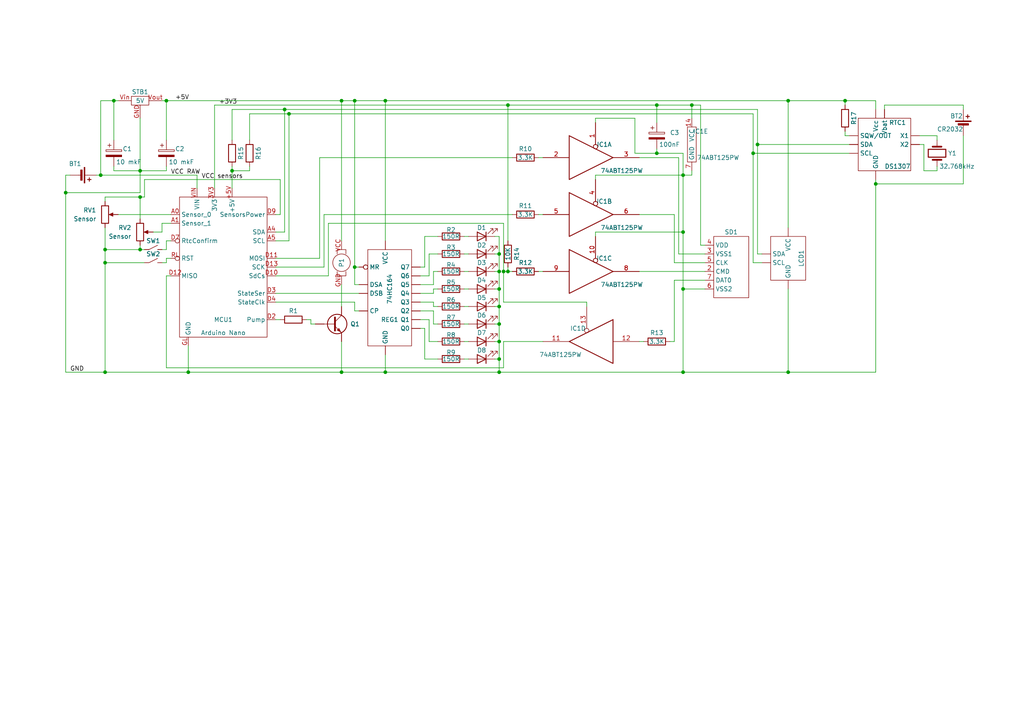
<source format=kicad_sch>
(kicad_sch (version 20250114) (generator "eeschema") (generator_version "9.0")
  (paper "A4")
  (title_block (title "AutoWater") (date "2026-01-17") (rev "0") (comment 2 "VlasovAnton"))
  (lib_symbols
    (symbol "74ABT125PW_1"
      (property "Reference" "IC" (at 2.54 3.81 0))
      (property "Value" "74ABT125PW" (at 7.62 -3.81 0))
      (symbol "74ABT125PW_1_1_1"
        (polyline (pts (xy -7.62 6.35) (xy -7.62 -6.35) (xy 5.08 0) (xy -7.62 6.35)) (stroke (width 0.254)))
        (pin input line (at -15.24 0 0) (length 7.62) (name "") (number "2"))
        (pin input inverted (at 0 10.16 270) (length 7.62) (name "") (number "1"))
        (pin tri_state line (at 12.7 0 180) (length 7.62) (name "") (number "3"))
      )
      (symbol "74ABT125PW_1_2_1"
        (polyline (pts (xy -7.62 6.35) (xy -7.62 -6.35) (xy 5.08 0) (xy -7.62 6.35)) (stroke (width 0.254)))
        (pin input line (at -15.24 0 0) (length 7.62) (name "~") (number "5"))
        (pin input inverted (at 0 10.16 270) (length 7.62) (name "") (number "4"))
        (pin tri_state line (at 12.7 0 180) (length 7.62) (name "") (number "6"))
      )
      (symbol "74ABT125PW_1_3_1"
        (polyline (pts (xy -7.62 6.35) (xy -7.62 -6.35) (xy 5.08 0) (xy -7.62 6.35)) (stroke (width 0.254)))
        (pin input line (at -15.24 0 0) (length 7.62) (name "") (number "9"))
        (pin input inverted (at 0 10.16 270) (length 7.62) (name "") (number "10"))
        (pin tri_state line (at 12.7 0 180) (length 7.62) (name "") (number "8"))
      )
      (symbol "74ABT125PW_1_4_1"
        (polyline (pts (xy -7.62 6.35) (xy -7.62 -6.35) (xy 5.08 0) (xy -7.62 6.35)) (stroke (width 0.254)))
        (pin input line (at -15.24 0 0) (length 7.62) (name "") (number "12"))
        (pin input inverted (at 0 10.16 270) (length 7.62) (name "") (number "13"))
        (pin tri_state line (at 12.7 0 180) (length 7.62) (name "") (number "11"))
      )
      (symbol "74ABT125PW_1_5_1"
        (rectangle (start -1.27 5.08) (end 1.27 -5.08))
        (pin power_in line (at 0 7.62 270) (length 2.54) (name "VCC") (number "14"))
        (pin passive line (at 0 -7.62 90) (length 2.54) (name "GND") (number "7"))
      )
    )
    (symbol "AutoWater:74ABT125PW"
      (property "Reference" "IC" (at 2.54 3.81 0))
      (property "Value" "74ABT125PW" (at 7.62 -3.81 0))
      (symbol "74ABT125PW_1_1"
        (polyline (pts (xy -7.62 6.35) (xy -7.62 -6.35) (xy 5.08 0) (xy -7.62 6.35)) (stroke (width 0.254)))
        (pin input line (at -15.24 0 0) (length 7.62) (name "") (number "2"))
        (pin input inverted (at 0 10.16 270) (length 7.62) (name "") (number "1"))
        (pin tri_state line (at 12.7 0 180) (length 7.62) (name "") (number "3"))
      )
      (symbol "74ABT125PW_2_1"
        (polyline (pts (xy -7.62 6.35) (xy -7.62 -6.35) (xy 5.08 0) (xy -7.62 6.35)) (stroke (width 0.254)))
        (pin input line (at -15.24 0 0) (length 7.62) (name "~") (number "5"))
        (pin input inverted (at 0 10.16 270) (length 7.62) (name "") (number "4"))
        (pin tri_state line (at 12.7 0 180) (length 7.62) (name "") (number "6"))
      )
      (symbol "74ABT125PW_3_1"
        (polyline (pts (xy -7.62 6.35) (xy -7.62 -6.35) (xy 5.08 0) (xy -7.62 6.35)) (stroke (width 0.254)))
        (pin input line (at -15.24 0 0) (length 7.62) (name "") (number "9"))
        (pin input inverted (at 0 10.16 270) (length 7.62) (name "") (number "10"))
        (pin tri_state line (at 12.7 0 180) (length 7.62) (name "") (number "8"))
      )
      (symbol "74ABT125PW_4_1"
        (polyline (pts (xy -7.62 6.35) (xy -7.62 -6.35) (xy 5.08 0) (xy -7.62 6.35)) (stroke (width 0.254)))
        (pin input line (at -15.24 0 0) (length 7.62) (name "") (number "12"))
        (pin input inverted (at 0 10.16 270) (length 7.62) (name "") (number "13"))
        (pin tri_state line (at 12.7 0 180) (length 7.62) (name "") (number "11"))
      )
    )
    (symbol "AutoWater:Arduino Nano V3 Type C"
      (property "Reference" "MCU1" (at 12.7 -35.56 0))
      (property "Value" "Arduino Nano" (at 12.7 -39.37 0))
      (symbol "Arduino Nano V3 Type C_0_1"
        (rectangle (start 0 0) (end 25.4 -40.64))
      )
      (symbol "Arduino Nano V3 Type C_1_1"
        (pin input line (at -2.54 -5.08 0) (length 2.54) (name "Sensor_0") (number "A0"))
        (pin input line (at -2.54 -7.62 0) (length 2.54) (name "Sensor_1") (number "A1"))
        (pin input inverted (at -2.54 -12.7 0) (length 2.54) (name "RtcConfirm") (number "D7"))
        (pin input inverted (at -2.54 -17.78 0) (length 2.54) (name "RST") (number "RL"))
        (pin input line (at -2.54 -22.86 0) (length 2.54) (name "MISO") (number "D12"))
        (pin passive line (at 2.54 -43.18 90) (length 2.54) (name "GND") (number "GL"))
        (pin power_in line (at 5.08 2.54 270) (length 2.54) (name "VIN") (number "VIN"))
        (pin power_out line (at 10.16 2.54 270) (length 2.54) (name "3V3") (number "3V3"))
        (pin power_out line (at 15.24 2.54 270) (length 2.54) (name "+5V") (number "+5V"))
        (pin output line (at 27.94 -5.08 180) (length 2.54) (name "SensorsPower") (number "D9"))
        (pin bidirectional line (at 27.94 -10.16 180) (length 2.54) (name "SDA") (number "A4"))
        (pin output line (at 27.94 -12.7 180) (length 2.54) (name "SCL") (number "A5"))
        (pin output line (at 27.94 -17.78 180) (length 2.54) (name "MOSI") (number "D11"))
        (pin output line (at 27.94 -20.32 180) (length 2.54) (name "SCK") (number "D13"))
        (pin output line (at 27.94 -22.86 180) (length 2.54) (name "SdCs") (number "D10"))
        (pin output line (at 27.94 -27.94 180) (length 2.54) (name "StateSer") (number "D3"))
        (pin output line (at 27.94 -30.48 180) (length 2.54) (name "StateClk") (number "D4"))
        (pin output line (at 27.94 -35.56 180) (length 2.54) (name "Pump") (number "D2"))
      )
    )
    (symbol "AutoWater:Button" (pin_numbers (hide yes)) (pin_names (hide yes))
      (property "Reference" "SW" (at 0 1.27 0))
      (symbol "Button_0_1"
        (polyline (pts (xy -1.27 0) (xy 1.27 1.27)))
      )
      (symbol "Button_1_1"
        (pin passive line (at -2.54 0 0) (length 1.27) (name "1") (number "1"))
        (pin passive line (at 2.54 0 180) (length 1.27) (name "2") (number "2"))
      )
    )
    (symbol "AutoWater:Capacitor" (pin_numbers (hide yes)) (pin_names (offset 0.254) (hide yes))
      (property "Reference" "C" (at 0.635 2.54 0))
      (symbol "Capacitor_0_1"
        (rectangle (start -2.286 0.508) (end 2.286 1.016))
        (polyline (pts (xy -1.778 2.286) (xy -0.762 2.286)))
        (polyline (pts (xy -1.27 2.794) (xy -1.27 1.778)))
        (rectangle (start 2.286 -0.508) (end -2.286 -1.016) (fill (type outline)))
      )
      (symbol "Capacitor_1_1"
        (pin power_in line (at 0 3.81 270) (length 2.794) (name "VCC") (number "VCC"))
        (pin passive line (at 0 -3.81 90) (length 2.794) (name "GND") (number "GND"))
      )
    )
    (symbol "AutoWater:LCD I2C module" (pin_numbers (hide yes))
      (property "Reference" "LCD1" (at 8.89 -6.35 90))
      (symbol "LCD I2C module_0_1"
        (rectangle (start 0 0) (end 10.16 -12.7))
      )
      (symbol "LCD I2C module_1_1"
        (pin bidirectional line (at -2.54 -5.08 0) (length 2.54) (name "SDA") (number "SDA"))
        (pin input line (at -2.54 -7.62 0) (length 2.54) (name "SCL") (number "SCL"))
        (pin power_in line (at 5.08 2.54 270) (length 2.54) (name "VCC") (number "VCC"))
        (pin passive line (at 5.08 -15.24 90) (length 2.54) (name "GND") (number "GND"))
      )
    )
    (symbol "AutoWater:LED" (pin_numbers (hide yes)) (pin_names (offset 1.016) (hide yes))
      (property "Reference" "D" (at 0 2.54 0))
      (symbol "LED_0_1"
        (polyline (pts (xy -1.27 1.27) (xy -1.27 -1.27) (xy 1.27 0) (xy -1.27 1.27)) (stroke (width 0.254)))
        (polyline (pts (xy 1.27 1.27) (xy 1.27 -1.27)) (stroke (width 0.254)))
        (polyline (pts (xy 1.27 0) (xy -1.27 0)))
        (polyline (pts (xy 1.778 0.762) (xy 3.302 2.286) (xy 2.54 2.286) (xy 3.302 2.286) (xy 3.302 1.524)))
        (polyline (pts (xy 3.048 0.762) (xy 4.572 2.286) (xy 3.81 2.286) (xy 4.572 2.286) (xy 4.572 1.524)))
      )
      (symbol "LED_1_1"
        (pin power_in line (at -3.81 0 0) (length 2.54) (name "VCC") (number "VCC"))
        (pin passive line (at 3.81 0 180) (length 2.54) (name "GND") (number "GND"))
      )
    )
    (symbol "AutoWater:MicroSD"
      (property "Reference" "SD2" (at 5.08 1.27 0))
      (symbol "MicroSD_0_1"
        (rectangle (start 0 0) (end 10.16 -17.78))
      )
      (symbol "MicroSD_1_1"
        (pin passive line (at -2.54 -2.54 0) (length 2.54) (name "VDD") (number "4"))
        (pin passive line (at -2.54 -5.08 0) (length 2.54) (name "VSS1") (number "3"))
        (pin passive line (at -2.54 -7.62 0) (length 2.54) (name "CLK") (number "5"))
        (pin passive line (at -2.54 -10.16 0) (length 2.54) (name "CMD") (number "2"))
        (pin passive line (at -2.54 -12.7 0) (length 2.54) (name "DAT0") (number "7"))
        (pin passive line (at -2.54 -15.24 0) (length 2.54) (name "VSS2") (number "6"))
      )
    )
    (symbol "AutoWater:Moisture sensor module" (pin_numbers (hide yes)) (pin_names (offset 1.016) (hide yes))
      (property "Reference" "RV2" (at -2.54 1.2701 0))
      (property "Value" "Sensor" (at -2.54 -1.2699 0))
      (symbol "Moisture sensor module_0_1"
        (rectangle (start -1.016 2.54) (end 1.016 -2.54) (stroke (width 0.254)))
        (polyline (pts (xy 1.143 0) (xy 2.286 0.508) (xy 2.286 -0.508) (xy 1.143 0)) (fill (type outline)))
        (polyline (pts (xy 2.54 0) (xy 1.524 0)))
      )
      (symbol "Moisture sensor module_1_1"
        (pin power_in line (at 0 3.81 270) (length 1.27) (name "VCC") (number "VCC"))
        (pin passive line (at 0 -3.81 90) (length 1.27) (name "GND") (number "GND"))
        (pin passive line (at 3.81 0 180) (length 1.27) (name "A") (number "A"))
      )
    )
    (symbol "AutoWater:Power raw DS-201" (pin_numbers (hide yes)) (pin_names (offset 0) (hide yes))
      (property "Reference" "BT" (at 1.27 1.27 0))
      (symbol "Power raw DS-201_0_1"
        (polyline (pts (xy -2.286 1.27) (xy -1.27 1.27)) (stroke (width 0.254)))
        (polyline (pts (xy -1.778 0.762) (xy -1.778 1.778)) (stroke (width 0.254)))
        (polyline (pts (xy -0.508 0) (xy -1.27 0)))
        (rectangle (start -0.508 -2.286) (end -0.254 2.286) (fill (type outline)))
        (rectangle (start 0.254 -1.524) (end 0.762 1.524) (fill (type outline)))
        (polyline (pts (xy 0.508 0) (xy 1.27 0)))
      )
      (symbol "Power raw DS-201_1_1"
        (pin power_out line (at -3.81 0 0) (length 2.54) (name "+") (number "1"))
        (pin passive line (at 3.81 0 180) (length 2.54) (name "-") (number "2"))
      )
    )
    (symbol "AutoWater:Pump" (pin_names (hide yes))
      (property "Reference" "P" (at 0 0 0))
      (symbol "Pump_0_1"
        (polyline (pts (xy -2.54 1.27) (xy -3.81 1.27) (xy -3.81 -1.27) (xy -2.54 -1.27)))
        (circle (center 0 0) (radius 2.54))
        (polyline (pts (xy 2.54 -1.27) (xy 3.81 -1.27) (xy 3.81 1.27) (xy 2.54 1.27)))
      )
      (symbol "Pump_1_1"
        (pin power_in line (at -6.35 0 0) (length 2.54) (name "VCC") (number "VCC"))
        (pin passive line (at 6.35 0 180) (length 2.54) (name "GND") (number "GND"))
      )
    )
    (symbol "AutoWater:RTC DS1307" (pin_numbers (hide yes))
      (property "Reference" "RTC1" (at 11.43 -1.27 0))
      (property "Value" "DS1307" (at 11.43 -13.97 0))
      (symbol "RTC DS1307_0_1"
        (rectangle (start 0 0) (end 15.24 -15.24))
      )
      (symbol "RTC DS1307_1_1"
        (pin bidirectional line (at -2.54 -5.08 0) (length 2.54) (name "SQW/OUT") (number "SQW/OUT"))
        (pin bidirectional line (at -2.54 -7.62 0) (length 2.54) (name "SDA") (number "SDA"))
        (pin input line (at -2.54 -10.16 0) (length 2.54) (name "SCL") (number "SCL"))
        (pin power_in line (at 5.08 2.54 270) (length 2.54) (name "Vcc") (number "Vcc"))
        (pin passive line (at 5.08 -17.78 90) (length 2.54) (name "GND") (number "GND"))
        (pin power_in line (at 7.62 2.54 270) (length 2.54) (name "Vbat") (number "Vbat"))
        (pin bidirectional line (at 17.78 -5.08 180) (length 2.54) (name "X1") (number "X1"))
        (pin bidirectional line (at 17.78 -7.62 180) (length 2.54) (name "X2") (number "X2"))
      )
    )
    (symbol "AutoWater:Resistor" (pin_numbers (hide yes)) (pin_names (offset 0) (hide yes))
      (property "Reference" "R" (at 0 2.54 0))
      (symbol "Resistor_0_1"
        (rectangle (start 2.54 1.016) (end -2.54 -1.016) (stroke (width 0.254)))
      )
      (symbol "Resistor_1_1"
        (pin passive line (at -3.81 0 0) (length 1.27) (name "") (number "1"))
        (pin passive line (at 3.81 0 180) (length 1.27) (name "") (number "2"))
      )
    )
    (symbol "AutoWater:Shift register" (pin_numbers (hide yes))
      (property "Reference" "REG1" (at 6.35 -20.32 0))
      (property "Value" "74HC164" (at 6.35 -11.43 90))
      (symbol "Shift register_0_1"
        (rectangle (start 0 0) (end 12.7 -27.94))
      )
      (symbol "Shift register_1_1"
        (pin input inverted (at -2.54 -5.08 0) (length 2.54) (name "MR") (number "MR"))
        (pin input line (at -2.54 -10.16 0) (length 2.54) (name "DSA") (number "DSA"))
        (pin input line (at -2.54 -12.7 0) (length 2.54) (name "DSB") (number "DSB"))
        (pin input line (at -2.54 -17.78 0) (length 2.54) (name "CP") (number "CP"))
        (pin power_in line (at 5.08 2.54 270) (length 2.54) (name "VCC") (number "VCC"))
        (pin passive line (at 5.08 -30.48 90) (length 2.54) (name "GND") (number "GND"))
        (pin output line (at 15.24 -5.08 180) (length 2.54) (name "Q7") (number "Q7"))
        (pin output line (at 15.24 -7.62 180) (length 2.54) (name "Q6") (number "Q6"))
        (pin output line (at 15.24 -10.16 180) (length 2.54) (name "Q5") (number "Q5"))
        (pin output line (at 15.24 -12.7 180) (length 2.54) (name "Q4") (number "Q4"))
        (pin output line (at 15.24 -15.24 180) (length 2.54) (name "Q3") (number "Q3"))
        (pin output line (at 15.24 -17.78 180) (length 2.54) (name "Q2") (number "Q2"))
        (pin output line (at 15.24 -20.32 180) (length 2.54) (name "Q1") (number "Q1"))
        (pin output line (at 15.24 -22.86 180) (length 2.54) (name "Q0") (number "Q0"))
      )
    )
    (symbol "AutoWater:Stabalizer voltage" (pin_names (hide yes))
      (property "Reference" "STB" (at 0 2.54 0))
      (symbol "Stabalizer voltage_0_1"
        (rectangle (start -2.54 1.27) (end 2.54 -1.27))
      )
      (symbol "Stabalizer voltage_1_1"
        (pin power_in line (at -6.35 0 0) (length 3.81) (name "Vin") (number "Vin"))
        (pin passive line (at 0 -5.08 90) (length 3.81) (name "GND") (number "GND"))
        (pin power_out line (at 6.35 0 180) (length 3.81) (name "Vout") (number "Vout"))
      )
    )
    (symbol "AutoWater:Transistor NPN" (pin_numbers (hide yes)) (pin_names (offset 0) (hide yes))
      (property "Reference" "Q" (at 5.08 1.27 0))
      (symbol "Transistor NPN_0_1"
        (polyline (pts (xy -2.54 0) (xy 0.635 0)))
        (polyline (pts (xy 0.635 1.905) (xy 0.635 -1.905)) (stroke (width 0.508)))
        (polyline (pts (xy 0.635 0.635) (xy 2.54 2.54)))
        (polyline (pts (xy 0.635 -0.635) (xy 2.54 -2.54)))
        (circle (center 1.27 0) (radius 2.8194) (stroke (width 0.254)))
        (polyline (pts (xy 1.27 -1.778) (xy 1.778 -1.27) (xy 2.286 -2.286) (xy 1.27 -1.778)) (fill (type outline)))
      )
      (symbol "Transistor NPN_1_1"
        (pin input line (at -5.08 0 0) (length 2.54) (name "B") (number "B"))
        (pin passive line (at 2.54 5.08 270) (length 2.54) (name "C") (number "C"))
        (pin passive line (at 2.54 -5.08 90) (length 2.54) (name "E") (number "E"))
      )
    )
    (symbol "Device:Battery_Cell" (pin_numbers (hide yes)) (pin_names (offset 0) (hide yes))
      (property "Reference" "BT" (at 2.54 2.54 0))
      (property "Value" "Battery_Cell" (at 2.54 0 0))
      (symbol "Battery_Cell_0_1"
        (rectangle (start -2.286 1.778) (end 2.286 1.524) (fill (type outline)))
        (rectangle (start -1.524 1.016) (end 1.524 0.508) (fill (type outline)))
        (polyline (pts (xy 0 1.778) (xy 0 2.54)))
        (polyline (pts (xy 0 0.762) (xy 0 0)))
        (polyline (pts (xy 0.762 3.048) (xy 1.778 3.048)) (stroke (width 0.254)))
        (polyline (pts (xy 1.27 3.556) (xy 1.27 2.54)) (stroke (width 0.254)))
      )
      (symbol "Battery_Cell_1_1"
        (pin passive line (at 0 5.08 270) (length 2.54) (name "+") (number "1"))
        (pin passive line (at 0 -2.54 90) (length 2.54) (name "-") (number "2"))
      )
    )
    (symbol "Device:Crystal" (pin_numbers (hide yes)) (pin_names (offset 1.016) (hide yes))
      (property "Reference" "Y" (at 0 3.81 0))
      (property "Value" "Crystal" (at 0 -3.81 0))
      (symbol "Crystal_0_1"
        (polyline (pts (xy -2.54 0) (xy -1.905 0)))
        (polyline (pts (xy -1.905 -1.27) (xy -1.905 1.27)) (stroke (width 0.508)))
        (rectangle (start -1.143 2.54) (end 1.143 -2.54) (stroke (width 0.3048)))
        (polyline (pts (xy 1.905 -1.27) (xy 1.905 1.27)) (stroke (width 0.508)))
        (polyline (pts (xy 2.54 0) (xy 1.905 0)))
      )
      (symbol "Crystal_1_1"
        (pin passive line (at -3.81 0 0) (length 1.27) (name "1") (number "1"))
        (pin passive line (at 3.81 0 180) (length 1.27) (name "2") (number "2"))
      )
    )
    (symbol "Moisture sensor module_1" (pin_numbers (hide yes)) (pin_names (offset 1.016) (hide yes))
      (property "Reference" "RV1" (at -2.54 1.2701 0))
      (property "Value" "Sensor" (at -2.54 -1.2699 0))
      (symbol "Moisture sensor module_1_0_1"
        (rectangle (start -1.016 2.54) (end 1.016 -2.54) (stroke (width 0.254)))
        (polyline (pts (xy 1.143 0) (xy 2.286 0.508) (xy 2.286 -0.508) (xy 1.143 0)) (fill (type outline)))
        (polyline (pts (xy 2.54 0) (xy 1.524 0)))
      )
      (symbol "Moisture sensor module_1_1_1"
        (pin power_in line (at 0 3.81 270) (length 1.27) (name "VCC") (number "VCC"))
        (pin passive line (at 0 -3.81 90) (length 1.27) (name "GND") (number "GND"))
        (pin passive line (at 3.81 0 180) (length 1.27) (name "A") (number "A"))
      )
    )
  )
  (junction (at 144.78 104.14))
  (junction (at 198.12 107.95))
  (junction (at 218.44 44.45))
  (junction (at 144.78 99.06))
  (junction (at 144.78 73.66))
  (junction (at 146.05 78.74))
  (junction (at 111.76 29.21))
  (junction (at 198.12 67.31))
  (junction (at 67.31 49.53))
  (junction (at 245.11 29.21))
  (junction (at 144.78 78.74))
  (junction (at 228.6 107.95))
  (junction (at 144.78 88.9))
  (junction (at 33.02 29.21))
  (junction (at 147.32 78.74))
  (junction (at 48.26 29.21))
  (junction (at 144.78 83.82))
  (junction (at 190.5 44.45))
  (junction (at 54.61 107.95))
  (junction (at 30.48 76.2))
  (junction (at 99.06 29.21))
  (junction (at 219.71 41.91))
  (junction (at 144.78 93.98))
  (junction (at 30.48 107.95))
  (junction (at 82.55 31.75))
  (junction (at 83.82 33.02))
  (junction (at 40.64 49.53))
  (junction (at 111.76 107.95))
  (junction (at 19.05 55.88))
  (junction (at 200.66 30.48))
  (junction (at 30.48 72.39))
  (junction (at 40.64 57.15))
  (junction (at 99.06 107.95))
  (junction (at 198.12 50.8))
  (junction (at 190.5 30.48))
  (junction (at 228.6 29.21))
  (junction (at 102.87 29.21))
  (junction (at 147.32 30.48))
  (junction (at 40.64 72.39))
  (junction (at 198.12 83.82))
  (junction (at 102.87 77.47))
  (junction (at 29.21 50.8))
  (junction (at 144.78 107.95))
  (junction (at 254 53.34))
  (wire (pts (xy 147.32 78.74) (xy 148.59 78.74)))
  (wire (pts (xy 134.62 78.74) (xy 135.89 78.74)))
  (wire (pts (xy 30.48 66.04) (xy 30.48 72.39)))
  (wire (pts (xy 124.46 73.66) (xy 124.46 80.01)))
  (wire (pts (xy 48.26 29.21) (xy 48.26 40.64)))
  (wire (pts (xy 144.78 107.95) (xy 111.76 107.95)))
  (wire (pts (xy 198.12 50.8) (xy 198.12 67.31)))
  (wire (pts (xy 198.12 107.95) (xy 144.78 107.95)))
  (wire (pts (xy 172.72 67.31) (xy 198.12 67.31)))
  (wire (pts (xy 124.46 92.71) (xy 121.92 92.71)))
  (wire (pts (xy 83.82 33.02) (xy 218.44 33.02)))
  (wire (pts (xy 123.19 104.14) (xy 127 104.14)))
  (wire (pts (xy 48.26 74.93) (xy 49.53 74.93)))
  (wire (pts (xy 198.12 44.45) (xy 198.12 50.8)))
  (wire (pts (xy 254 53.34) (xy 279.4 53.34)))
  (wire (pts (xy 46.99 72.39) (xy 48.26 72.39)))
  (wire (pts (xy 190.5 43.18) (xy 190.5 44.45)))
  (wire (pts (xy 46.99 29.21) (xy 48.26 29.21)))
  (wire (pts (xy 190.5 44.45) (xy 198.12 44.45)))
  (wire (pts (xy 29.21 50.8) (xy 57.15 50.8)))
  (wire (pts (xy 134.62 93.98) (xy 135.89 93.98)))
  (wire (pts (xy 134.62 83.82) (xy 135.89 83.82)))
  (wire (pts (xy 62.23 54.61) (xy 62.23 30.48)))
  (wire (pts (xy 144.78 104.14) (xy 144.78 107.95)))
  (wire (pts (xy 123.19 68.58) (xy 123.19 77.47)))
  (wire (pts (xy 172.72 50.8) (xy 198.12 50.8)))
  (wire (pts (xy 198.12 83.82) (xy 198.12 107.95)))
  (wire (pts (xy 143.51 99.06) (xy 144.78 99.06)))
  (wire (pts (xy 125.73 83.82) (xy 125.73 85.09)))
  (wire (pts (xy 80.01 62.23) (xy 81.28 62.23)))
  (wire (pts (xy 196.85 45.72) (xy 196.85 73.66)))
  (wire (pts (xy 204.47 76.2) (xy 195.58 76.2)))
  (wire (pts (xy 123.19 77.47) (xy 121.92 77.47)))
  (wire (pts (xy 256.54 30.48) (xy 256.54 31.75)))
  (wire (pts (xy 104.14 82.55) (xy 102.87 82.55)))
  (wire (pts (xy 99.06 99.06) (xy 99.06 107.95)))
  (wire (pts (xy 204.47 71.12) (xy 203.2 71.12)))
  (wire (pts (xy 148.59 62.23) (xy 93.98 62.23)))
  (wire (pts (xy 271.78 48.26) (xy 271.78 49.53)))
  (wire (pts (xy 144.78 88.9) (xy 144.78 93.98)))
  (wire (pts (xy 125.73 88.9) (xy 125.73 87.63)))
  (wire (pts (xy 125.73 85.09) (xy 121.92 85.09)))
  (wire (pts (xy 279.4 31.75) (xy 279.4 30.48)))
  (wire (pts (xy 33.02 49.53) (xy 40.64 49.53)))
  (wire (pts (xy 144.78 73.66) (xy 144.78 78.74)))
  (wire (pts (xy 33.02 29.21) (xy 33.02 40.64)))
  (wire (pts (xy 48.26 69.85) (xy 49.53 69.85)))
  (wire (pts (xy 99.06 29.21) (xy 99.06 69.85)))
  (wire (pts (xy 111.76 69.85) (xy 111.76 29.21)))
  (wire (pts (xy 228.6 83.82) (xy 228.6 107.95)))
  (wire (pts (xy 146.05 87.63) (xy 146.05 78.74)))
  (wire (pts (xy 218.44 44.45) (xy 246.38 44.45)))
  (wire (pts (xy 33.02 29.21) (xy 34.29 29.21)))
  (wire (pts (xy 30.48 76.2) (xy 41.91 76.2)))
  (wire (pts (xy 123.19 68.58) (xy 127 68.58)))
  (wire (pts (xy 218.44 33.02) (xy 218.44 44.45)))
  (wire (pts (xy 48.26 49.53) (xy 48.26 48.26)))
  (wire (pts (xy 102.87 87.63) (xy 102.87 90.17)))
  (wire (pts (xy 147.32 30.48) (xy 147.32 69.85)))
  (wire (pts (xy 48.26 80.01) (xy 48.26 106.68)))
  (wire (pts (xy 34.29 62.23) (xy 49.53 62.23)))
  (wire (pts (xy 125.73 82.55) (xy 121.92 82.55)))
  (wire (pts (xy 48.26 76.2) (xy 48.26 74.93)))
  (wire (pts (xy 81.28 52.07) (xy 81.28 62.23)))
  (wire (pts (xy 111.76 102.87) (xy 111.76 107.95)))
  (wire (pts (xy 48.26 106.68) (xy 146.05 106.68)))
  (wire (pts (xy 30.48 58.42) (xy 30.48 57.15)))
  (wire (pts (xy 254 52.07) (xy 254 53.34)))
  (wire (pts (xy 40.64 34.29) (xy 40.64 49.53)))
  (wire (pts (xy 266.7 39.37) (xy 271.78 39.37)))
  (wire (pts (xy 143.51 78.74) (xy 144.78 78.74)))
  (wire (pts (xy 172.72 52.07) (xy 172.72 50.8)))
  (wire (pts (xy 72.39 48.26) (xy 72.39 49.53)))
  (wire (pts (xy 267.97 49.53) (xy 271.78 49.53)))
  (wire (pts (xy 220.98 76.2) (xy 218.44 76.2)))
  (wire (pts (xy 29.21 29.21) (xy 33.02 29.21)))
  (wire (pts (xy 204.47 81.28) (xy 195.58 81.28)))
  (wire (pts (xy 82.55 31.75) (xy 219.71 31.75)))
  (wire (pts (xy 195.58 76.2) (xy 195.58 62.23)))
  (wire (pts (xy 219.71 41.91) (xy 219.71 73.66)))
  (wire (pts (xy 146.05 106.68) (xy 146.05 99.06)))
  (wire (pts (xy 146.05 87.63) (xy 170.18 87.63)))
  (wire (pts (xy 102.87 77.47) (xy 102.87 82.55)))
  (wire (pts (xy 144.78 78.74) (xy 144.78 83.82)))
  (wire (pts (xy 228.6 107.95) (xy 198.12 107.95)))
  (wire (pts (xy 172.72 35.56) (xy 172.72 34.29)))
  (wire (pts (xy 143.51 104.14) (xy 144.78 104.14)))
  (wire (pts (xy 254 31.75) (xy 254 29.21)))
  (wire (pts (xy 125.73 88.9) (xy 127 88.9)))
  (wire (pts (xy 156.21 45.72) (xy 157.48 45.72)))
  (wire (pts (xy 185.42 62.23) (xy 195.58 62.23)))
  (wire (pts (xy 148.59 45.72) (xy 92.71 45.72)))
  (wire (pts (xy 125.73 90.17) (xy 121.92 90.17)))
  (wire (pts (xy 185.42 78.74) (xy 204.47 78.74)))
  (wire (pts (xy 90.17 93.98) (xy 91.44 93.98)))
  (wire (pts (xy 67.31 49.53) (xy 67.31 54.61)))
  (wire (pts (xy 95.25 80.01) (xy 80.01 80.01)))
  (wire (pts (xy 67.31 48.26) (xy 67.31 49.53)))
  (wire (pts (xy 33.02 48.26) (xy 33.02 49.53)))
  (wire (pts (xy 143.51 93.98) (xy 144.78 93.98)))
  (wire (pts (xy 146.05 99.06) (xy 157.48 99.06)))
  (wire (pts (xy 80.01 67.31) (xy 82.55 67.31)))
  (wire (pts (xy 190.5 30.48) (xy 200.66 30.48)))
  (wire (pts (xy 67.31 40.64) (xy 67.31 31.75)))
  (wire (pts (xy 30.48 72.39) (xy 40.64 72.39)))
  (wire (pts (xy 67.31 49.53) (xy 72.39 49.53)))
  (wire (pts (xy 19.05 50.8) (xy 20.32 50.8)))
  (wire (pts (xy 40.64 55.88) (xy 19.05 55.88)))
  (wire (pts (xy 72.39 40.64) (xy 72.39 33.02)))
  (wire (pts (xy 40.64 71.12) (xy 40.64 72.39)))
  (wire (pts (xy 254 53.34) (xy 254 107.95)))
  (wire (pts (xy 218.44 44.45) (xy 218.44 76.2)))
  (wire (pts (xy 196.85 45.72) (xy 185.42 45.72)))
  (wire (pts (xy 200.66 30.48) (xy 200.66 34.29)))
  (wire (pts (xy 30.48 76.2) (xy 30.48 107.95)))
  (wire (pts (xy 156.21 62.23) (xy 157.48 62.23)))
  (wire (pts (xy 44.45 67.31) (xy 46.99 67.31)))
  (wire (pts (xy 146.05 78.74) (xy 146.05 64.77)))
  (wire (pts (xy 125.73 87.63) (xy 121.92 87.63)))
  (wire (pts (xy 245.11 38.1) (xy 245.11 39.37)))
  (wire (pts (xy 143.51 88.9) (xy 144.78 88.9)))
  (wire (pts (xy 19.05 107.95) (xy 30.48 107.95)))
  (wire (pts (xy 41.91 52.07) (xy 41.91 57.15)))
  (wire (pts (xy 172.72 34.29) (xy 184.15 34.29)))
  (wire (pts (xy 219.71 41.91) (xy 246.38 41.91)))
  (wire (pts (xy 184.15 44.45) (xy 190.5 44.45)))
  (wire (pts (xy 143.51 68.58) (xy 144.78 68.58)))
  (wire (pts (xy 144.78 99.06) (xy 144.78 104.14)))
  (wire (pts (xy 134.62 104.14) (xy 135.89 104.14)))
  (wire (pts (xy 125.73 93.98) (xy 125.73 90.17)))
  (wire (pts (xy 19.05 55.88) (xy 19.05 107.95)))
  (wire (pts (xy 82.55 31.75) (xy 82.55 67.31)))
  (wire (pts (xy 124.46 99.06) (xy 124.46 92.71)))
  (wire (pts (xy 99.06 107.95) (xy 111.76 107.95)))
  (wire (pts (xy 198.12 83.82) (xy 204.47 83.82)))
  (wire (pts (xy 62.23 30.48) (xy 147.32 30.48)))
  (wire (pts (xy 134.62 68.58) (xy 135.89 68.58)))
  (wire (pts (xy 80.01 92.71) (xy 81.28 92.71)))
  (wire (pts (xy 245.11 30.48) (xy 245.11 29.21)))
  (wire (pts (xy 266.7 41.91) (xy 267.97 41.91)))
  (wire (pts (xy 172.72 68.58) (xy 172.72 67.31)))
  (wire (pts (xy 54.61 107.95) (xy 99.06 107.95)))
  (wire (pts (xy 40.64 72.39) (xy 41.91 72.39)))
  (wire (pts (xy 46.99 67.31) (xy 46.99 64.77)))
  (wire (pts (xy 125.73 78.74) (xy 127 78.74)))
  (wire (pts (xy 125.73 93.98) (xy 127 93.98)))
  (wire (pts (xy 40.64 49.53) (xy 40.64 55.88)))
  (wire (pts (xy 185.42 99.06) (xy 186.69 99.06)))
  (wire (pts (xy 30.48 107.95) (xy 54.61 107.95)))
  (wire (pts (xy 245.11 39.37) (xy 246.38 39.37)))
  (wire (pts (xy 93.98 77.47) (xy 80.01 77.47)))
  (wire (pts (xy 92.71 45.72) (xy 92.71 74.93)))
  (wire (pts (xy 204.47 73.66) (xy 196.85 73.66)))
  (wire (pts (xy 271.78 39.37) (xy 271.78 40.64)))
  (wire (pts (xy 147.32 30.48) (xy 190.5 30.48)))
  (wire (pts (xy 203.2 71.12) (xy 203.2 30.48)))
  (wire (pts (xy 134.62 88.9) (xy 135.89 88.9)))
  (wire (pts (xy 48.26 29.21) (xy 99.06 29.21)))
  (wire (pts (xy 102.87 77.47) (xy 104.14 77.47)))
  (wire (pts (xy 245.11 29.21) (xy 254 29.21)))
  (wire (pts (xy 125.73 83.82) (xy 127 83.82)))
  (wire (pts (xy 144.78 93.98) (xy 144.78 99.06)))
  (wire (pts (xy 57.15 50.8) (xy 57.15 54.61)))
  (wire (pts (xy 88.9 92.71) (xy 90.17 92.71)))
  (wire (pts (xy 30.48 72.39) (xy 30.48 76.2)))
  (wire (pts (xy 219.71 31.75) (xy 219.71 41.91)))
  (wire (pts (xy 198.12 67.31) (xy 198.12 83.82)))
  (wire (pts (xy 134.62 73.66) (xy 135.89 73.66)))
  (wire (pts (xy 102.87 29.21) (xy 102.87 77.47)))
  (wire (pts (xy 102.87 90.17) (xy 104.14 90.17)))
  (wire (pts (xy 124.46 99.06) (xy 127 99.06)))
  (wire (pts (xy 90.17 92.71) (xy 90.17 93.98)))
  (wire (pts (xy 40.64 57.15) (xy 40.64 63.5)))
  (wire (pts (xy 200.66 50.8) (xy 198.12 50.8)))
  (wire (pts (xy 95.25 64.77) (xy 95.25 80.01)))
  (wire (pts (xy 200.66 30.48) (xy 203.2 30.48)))
  (wire (pts (xy 40.64 49.53) (xy 48.26 49.53)))
  (wire (pts (xy 146.05 64.77) (xy 95.25 64.77)))
  (wire (pts (xy 102.87 29.21) (xy 111.76 29.21)))
  (wire (pts (xy 123.19 95.25) (xy 121.92 95.25)))
  (wire (pts (xy 83.82 33.02) (xy 83.82 69.85)))
  (wire (pts (xy 30.48 57.15) (xy 40.64 57.15)))
  (wire (pts (xy 46.99 76.2) (xy 48.26 76.2)))
  (wire (pts (xy 72.39 33.02) (xy 83.82 33.02)))
  (wire (pts (xy 123.19 104.14) (xy 123.19 95.25)))
  (wire (pts (xy 146.05 78.74) (xy 147.32 78.74)))
  (wire (pts (xy 134.62 99.06) (xy 135.89 99.06)))
  (wire (pts (xy 228.6 29.21) (xy 111.76 29.21)))
  (wire (pts (xy 49.53 80.01) (xy 48.26 80.01)))
  (wire (pts (xy 40.64 57.15) (xy 41.91 57.15)))
  (wire (pts (xy 19.05 50.8) (xy 19.05 55.88)))
  (wire (pts (xy 279.4 39.37) (xy 279.4 53.34)))
  (wire (pts (xy 190.5 30.48) (xy 190.5 35.56)))
  (wire (pts (xy 80.01 85.09) (xy 104.14 85.09)))
  (wire (pts (xy 92.71 74.93) (xy 80.01 74.93)))
  (wire (pts (xy 195.58 99.06) (xy 194.31 99.06)))
  (wire (pts (xy 93.98 62.23) (xy 93.98 77.47)))
  (wire (pts (xy 81.28 52.07) (xy 41.91 52.07)))
  (wire (pts (xy 228.6 29.21) (xy 245.11 29.21)))
  (wire (pts (xy 184.15 34.29) (xy 184.15 44.45)))
  (wire (pts (xy 143.51 83.82) (xy 144.78 83.82)))
  (wire (pts (xy 279.4 30.48) (xy 256.54 30.48)))
  (wire (pts (xy 54.61 100.33) (xy 54.61 107.95)))
  (wire (pts (xy 267.97 41.91) (xy 267.97 49.53)))
  (wire (pts (xy 124.46 80.01) (xy 121.92 80.01)))
  (wire (pts (xy 124.46 73.66) (xy 127 73.66)))
  (wire (pts (xy 80.01 87.63) (xy 102.87 87.63)))
  (wire (pts (xy 144.78 83.82) (xy 144.78 88.9)))
  (wire (pts (xy 147.32 77.47) (xy 147.32 78.74)))
  (wire (pts (xy 46.99 64.77) (xy 49.53 64.77)))
  (wire (pts (xy 48.26 72.39) (xy 48.26 69.85)))
  (wire (pts (xy 29.21 29.21) (xy 29.21 50.8)))
  (wire (pts (xy 80.01 69.85) (xy 83.82 69.85)))
  (wire (pts (xy 170.18 87.63) (xy 170.18 88.9)))
  (wire (pts (xy 144.78 68.58) (xy 144.78 73.66)))
  (wire (pts (xy 228.6 66.04) (xy 228.6 29.21)))
  (wire (pts (xy 220.98 73.66) (xy 219.71 73.66)))
  (wire (pts (xy 27.94 50.8) (xy 29.21 50.8)))
  (wire (pts (xy 143.51 73.66) (xy 144.78 73.66)))
  (wire (pts (xy 67.31 31.75) (xy 82.55 31.75)))
  (wire (pts (xy 125.73 78.74) (xy 125.73 82.55)))
  (wire (pts (xy 195.58 81.28) (xy 195.58 99.06)))
  (wire (pts (xy 156.21 78.74) (xy 157.48 78.74)))
  (wire (pts (xy 200.66 49.53) (xy 200.66 50.8)))
  (wire (pts (xy 254 107.95) (xy 228.6 107.95)))
  (wire (pts (xy 99.06 82.55) (xy 99.06 88.9)))
  (wire (pts (xy 102.87 29.21) (xy 99.06 29.21)))
  (label "GND" (at 20.32 107.95 0))
  (label "VCC sensors" (at 58.42 52.07 0))
  (label "VCC RAW" (at 49.53 50.8 0))
  (label "+5V" (at 50.8 29.21 0))
  (label "+3V3" (at 63.5 30.48 0))
  (symbol (lib_id "AutoWater:Resistor") (at 130.81 73.66 0) (unit 1)
    (property "Reference" "R3" (at 130.81 71.755 0))
    (property "Value" "150R" (at 130.81 73.66 0))
    (property "Description" "Resistor" (effects (hide yes)))
  )
  (symbol (lib_id "AutoWater:Resistor") (at 130.81 88.9 0) (unit 1)
    (property "Reference" "R6" (at 130.81 86.995 0))
    (property "Value" "150R" (at 130.81 88.9 0))
    (property "Description" "Resistor" (effects (hide yes)))
  )
  (symbol (lib_id "AutoWater:LED") (at 139.7 88.9 0) (unit 1)
    (property "Reference" "D5" (at 139.7 86.36 0))
    (property "Value" "LED" (effects (hide yes)))
    (property "Datasheet" "https://www.chipdip.ru/product/fyl-3014ubc-svetodiod-malomoschnyy-led3mc-foryard-8007034598" (effects (hide yes)))
    (property "Description" "Light emitting diode" (effects (hide yes)))
  )
  (symbol (lib_id "AutoWater:Resistor") (at 67.31 44.45 270) (unit 1)
    (property "Reference" "R15" (at 69.85 44.45 0))
    (property "Value" "Resistor" (effects (hide yes)))
    (property "Description" "Resistor" (effects (hide yes)))
  )
  (symbol (lib_id "AutoWater:Resistor") (at 152.4 45.72 0) (unit 1)
    (property "Reference" "R10" (at 152.4 43.18 0))
    (property "Value" "3.3K" (at 152.4 45.72 0))
    (property "Description" "Resistor" (effects (hide yes)))
  )
  (symbol (lib_name "Moisture sensor module_1") (lib_id "AutoWater:Moisture sensor module") (at 30.48 62.23 0) (unit 1)
    (property "Reference" "RV1" (at 27.94 60.9599 0) (effects (justify right)))
    (property "Value" "Sensor" (at 27.94 63.4999 0) (effects (justify right)))
    (property "Datasheet" "https://roboshop.spb.ru/sensors/datchiki-temperatury-i-vlazhnosti/capacitive-soil-sensor" (effects (hide yes)))
    (property "Description" "Moisture sensor module" (effects (hide yes)))
  )
  (symbol (lib_id "AutoWater:MicroSD") (at 207.01 68.58 0) (unit 1)
    (property "Reference" "SD1" (at 212.09 67.31 0))
    (property "Value" "Micro SD connector" (effects (hide yes)))
    (property "Datasheet" "https://www.circuitstate.com/tutorials/interfacing-catalex-micro-sd-card-module-with-arduino/" (effects (hide yes)))
  )
  (symbol (lib_id "AutoWater:74ABT125PW") (at 172.72 78.74 0) (unit 3)
    (property "Reference" "IC1" (at 175.26 74.93 0))
    (property "Value" "74ABT125PW" (at 180.34 82.55 0))
    (property "Datasheet" "https://www.chipdip.ru/product/74abt125pw-118-chetyre-bufernyh-elementa-drayvera-nexperia-9000771662" (effects (hide yes)))
  )
  (symbol (lib_id "AutoWater:Resistor") (at 130.81 99.06 0) (unit 1)
    (property "Reference" "R8" (at 130.81 97.155 0))
    (property "Value" "150R" (at 130.81 99.06 0))
    (property "Description" "Resistor" (effects (hide yes)))
  )
  (symbol (lib_id "AutoWater:LED") (at 139.7 104.14 0) (unit 1)
    (property "Reference" "D8" (at 139.7 101.6 0))
    (property "Value" "LED" (effects (hide yes)))
    (property "Datasheet" "https://www.chipdip.ru/product/fyl-3014ubc-svetodiod-malomoschnyy-led3mc-foryard-8007034598" (effects (hide yes)))
    (property "Description" "Light emitting diode" (effects (hide yes)))
  )
  (symbol (lib_id "AutoWater:Resistor") (at 72.39 44.45 270) (unit 1)
    (property "Reference" "R16" (at 74.93 44.45 0))
    (property "Value" "Resistor" (effects (hide yes)))
    (property "Description" "Resistor" (effects (hide yes)))
  )
  (symbol (lib_id "AutoWater:Resistor") (at 152.4 62.23 0) (unit 1)
    (property "Reference" "R11" (at 152.4 59.69 0))
    (property "Value" "3.3K" (at 152.4 62.23 0))
    (property "Description" "Resistor" (effects (hide yes)))
  )
  (symbol (lib_id "AutoWater:Resistor") (at 130.81 68.58 0) (unit 1)
    (property "Reference" "R2" (at 130.81 66.675 0))
    (property "Value" "150R" (at 130.81 68.58 0))
    (property "Description" "Resistor" (effects (hide yes)))
  )
  (symbol (lib_id "AutoWater:Transistor NPN") (at 96.52 93.98 0) (unit 1)
    (property "Reference" "Q1" (at 101.6 93.9799 0) (effects (justify left)))
    (property "Value" "Transistor NPN" (effects (hide yes)))
    (property "Description" "NPN bipolar junction transistor" (effects (hide yes)))
  )
  (symbol (lib_id "AutoWater:LED") (at 139.7 68.58 0) (unit 1)
    (property "Reference" "D1" (at 139.7 66.04 0))
    (property "Value" "LED" (effects (hide yes)))
    (property "Datasheet" "https://www.chipdip.ru/product/fyl-3014ubc-svetodiod-malomoschnyy-led3mc-foryard-8007034598" (effects (hide yes)))
    (property "Description" "Light emitting diode" (effects (hide yes)))
  )
  (symbol (lib_id "AutoWater:LCD I2C module") (at 223.52 68.58 0) (unit 1)
    (property "Reference" "LCD1" (at 232.41 74.93 90))
    (property "Value" "LCD I2C module" (effects (hide yes)))
    (property "Datasheet" "https://roboshop.spb.ru/display/simvolnye-displei/1602-konverter" (effects (hide yes)))
  )
  (symbol (lib_id "AutoWater:Capacitor") (at 33.02 44.45 0) (unit 1)
    (property "Reference" "C1" (at 35.56 43.18 0) (effects (justify left)))
    (property "Value" "10 mkF" (at 33.655 46.99 0) (effects (justify left)))
    (property "Description" "Capacitor" (effects (hide yes)))
  )
  (symbol (lib_id "AutoWater:LED") (at 139.7 73.66 0) (unit 1)
    (property "Reference" "D2" (at 139.7 71.12 0))
    (property "Value" "LED" (effects (hide yes)))
    (property "Datasheet" "https://www.chipdip.ru/product/fyl-3014ubc-svetodiod-malomoschnyy-led3mc-foryard-8007034598" (effects (hide yes)))
    (property "Description" "Light emitting diode" (effects (hide yes)))
  )
  (symbol (lib_name "74ABT125PW_1") (lib_id "AutoWater:74ABT125PW") (at 200.66 41.91 0) (unit 5)
    (property "Reference" "IC1" (at 203.2 38.1 0))
    (property "Value" "74ABT125PW" (at 208.28 45.72 0))
    (property "Datasheet" "https://www.chipdip.ru/product/74abt125pw-118-chetyre-bufernyh-elementa-drayvera-nexperia-9000771662" (effects (hide yes)))
  )
  (symbol (lib_id "AutoWater:Button") (at 44.45 72.39 0) (unit 1)
    (property "Reference" "SW1" (at 44.45 69.85 0))
    (property "Value" "Button" (effects (hide yes)))
    (property "Datasheet" "https://roboshop.spb.ru/radio/knopki-pereklyuchateli-i-tumblery/button-12x12x5-white" (effects (hide yes)))
    (property "Description" "Button" (effects (hide yes)))
  )
  (symbol (lib_id "AutoWater:Capacitor") (at 190.5 39.37 0) (unit 1)
    (property "Reference" "C3" (at 194.31 38.4809 0) (effects (justify left)))
    (property "Value" "100nF" (at 191.135 41.91 0) (effects (justify left)))
    (property "Description" "Capacitor" (effects (hide yes)))
  )
  (symbol (lib_id "Device:Battery_Cell") (at 279.4 36.83 0) (unit 1)
    (property "Reference" "BT2" (at 275.59 33.655 0) (effects (justify left)))
    (property "Value" "CR2032" (at 271.78 37.465 0) (effects (justify left)))
    (property "Description" "Single-cell battery" (effects (hide yes)))
  )
  (symbol (lib_id "AutoWater:Power raw DS-201") (at 24.13 50.8 180) (unit 1)
    (property "Reference" "BT1" (at 23.622 47.498 0) (effects (justify left)))
    (property "Value" "DS-201" (effects (hide yes)))
    (property "Datasheet" "https://www.chipdip.ru/product/ds-201-gnezdo-pitaniya-2-1x5-5mm-na-platu-dragon-city-289923115" (effects (hide yes)))
    (property "Description" "Power raw connector DS-201" (effects (hide yes)))
  )
  (symbol (lib_id "AutoWater:74ABT125PW") (at 172.72 62.23 0) (unit 2)
    (property "Reference" "IC1" (at 175.26 58.42 0))
    (property "Value" "74ABT125PW" (at 180.34 66.04 0))
    (property "Datasheet" "https://www.chipdip.ru/product/74abt125pw-118-chetyre-bufernyh-elementa-drayvera-nexperia-9000771662" (effects (hide yes)))
  )
  (symbol (lib_id "AutoWater:Resistor") (at 152.4 78.74 0) (unit 1)
    (property "Reference" "R12" (at 152.4 76.2 0))
    (property "Value" "3.3K" (at 152.4 78.74 0))
    (property "Description" "Resistor" (effects (hide yes)))
  )
  (symbol (lib_id "AutoWater:RTC DS1307") (at 248.92 34.29 0) (unit 1)
    (property "Reference" "RTC1" (at 260.35 35.56 0))
    (property "Value" "DS1307" (at 260.35 48.26 0))
    (property "Datasheet" "https://roboshop.spb.ru/radio/mikroskhemy/real-time-clock/ds1307" (effects (hide yes)))
    (property "Description" "Real Time Clock DS1307" (effects (hide yes)))
  )
  (symbol (lib_id "AutoWater:Resistor") (at 245.11 34.29 270) (unit 1)
    (property "Reference" "R17" (at 247.65 34.29 0))
    (property "Value" "Resistor" (effects (hide yes)))
    (property "Description" "Resistor" (effects (hide yes)))
  )
  (symbol (lib_id "AutoWater:Resistor") (at 85.09 92.71 0) (unit 1)
    (property "Reference" "R1" (at 85.09 90.17 0))
    (property "Value" "Resistor" (effects (hide yes)))
    (property "Description" "Resistor" (effects (hide yes)))
  )
  (symbol (lib_id "AutoWater:Shift register") (at 106.68 72.39 0) (unit 1)
    (property "Reference" "REG1" (at 113.03 92.71 0))
    (property "Value" "74HC164" (at 113.03 83.82 90))
    (property "Datasheet" "https://www.chipdip.ru/product/74hc164n-8-bitnyy-sdvigovyy-registr-s-posledovatelnym-nexperia-11215" (effects (hide yes)))
    (property "Description" "Shift register 8 bit" (effects (hide yes)))
  )
  (symbol (lib_id "AutoWater:Capacitor") (at 48.26 44.45 0) (unit 1)
    (property "Reference" "C2" (at 50.8 43.18 0) (effects (justify left)))
    (property "Value" "10 mkF" (at 48.895 46.99 0) (effects (justify left)))
    (property "Description" "Capacitor" (effects (hide yes)))
  )
  (symbol (lib_id "AutoWater:74ABT125PW") (at 172.72 45.72 0) (unit 1)
    (property "Reference" "IC1" (at 175.26 41.91 0))
    (property "Value" "74ABT125PW" (at 180.34 49.53 0))
    (property "Datasheet" "https://www.chipdip.ru/product/74abt125pw-118-chetyre-bufernyh-elementa-drayvera-nexperia-9000771662" (effects (hide yes)))
  )
  (symbol (lib_id "AutoWater:LED") (at 139.7 93.98 0) (unit 1)
    (property "Reference" "D6" (at 139.7 91.44 0))
    (property "Value" "LED" (effects (hide yes)))
    (property "Datasheet" "https://www.chipdip.ru/product/fyl-3014ubc-svetodiod-malomoschnyy-led3mc-foryard-8007034598" (effects (hide yes)))
    (property "Description" "Light emitting diode" (effects (hide yes)))
  )
  (symbol (lib_id "AutoWater:Button") (at 44.45 76.2 0) (unit 1)
    (property "Reference" "SW2" (at 44.45 73.66 0))
    (property "Value" "Button" (effects (hide yes)))
    (property "Datasheet" "https://roboshop.spb.ru/radio/knopki-pereklyuchateli-i-tumblery/button-12x12x5-white" (effects (hide yes)))
    (property "Description" "Button" (effects (hide yes)))
  )
  (symbol (lib_id "AutoWater:Resistor") (at 130.81 83.82 0) (unit 1)
    (property "Reference" "R5" (at 130.81 81.915 0))
    (property "Value" "150R" (at 130.81 83.82 0))
    (property "Description" "Resistor" (effects (hide yes)))
  )
  (symbol (lib_id "AutoWater:LED") (at 139.7 99.06 0) (unit 1)
    (property "Reference" "D7" (at 139.7 96.52 0))
    (property "Value" "LED" (effects (hide yes)))
    (property "Datasheet" "https://www.chipdip.ru/product/fyl-3014ubc-svetodiod-malomoschnyy-led3mc-foryard-8007034598" (effects (hide yes)))
    (property "Description" "Light emitting diode" (effects (hide yes)))
  )
  (symbol (lib_id "AutoWater:Moisture sensor module") (at 40.64 67.31 0) (unit 1)
    (property "Reference" "RV2" (at 38.1 66.0399 0) (effects (justify right)))
    (property "Value" "Sensor" (at 38.1 68.5799 0) (effects (justify right)))
    (property "Datasheet" "https://roboshop.spb.ru/sensors/datchiki-temperatury-i-vlazhnosti/capacitive-soil-sensor" (effects (hide yes)))
    (property "Description" "Moisture sensor module" (effects (hide yes)))
  )
  (symbol (lib_id "AutoWater:LED") (at 139.7 83.82 0) (unit 1)
    (property "Reference" "D4" (at 139.7 81.28 0))
    (property "Value" "LED" (effects (hide yes)))
    (property "Datasheet" "https://www.chipdip.ru/product/fyl-3014ubc-svetodiod-malomoschnyy-led3mc-foryard-8007034598" (effects (hide yes)))
    (property "Description" "Light emitting diode" (effects (hide yes)))
  )
  (symbol (lib_id "Device:Crystal") (at 271.78 44.45 90) (unit 1)
    (property "Reference" "Y1" (at 274.955 44.45 90) (effects (justify right)))
    (property "Value" "32.768kHz" (at 272.415 48.26 90) (effects (justify right)))
    (property "Description" "Two pin crystal" (effects (hide yes)))
  )
  (symbol (lib_id "AutoWater:Resistor") (at 130.81 104.14 0) (unit 1)
    (property "Reference" "R9" (at 130.81 102.235 0))
    (property "Value" "150R" (at 130.81 104.14 0))
    (property "Description" "Resistor" (effects (hide yes)))
  )
  (symbol (lib_id "AutoWater:74ABT125PW") (at 170.18 99.06 0) (mirror y) (unit 4)
    (property "Reference" "IC1" (at 167.64 95.25 0))
    (property "Value" "74ABT125PW" (at 162.56 102.87 0))
    (property "Datasheet" "https://www.chipdip.ru/product/74abt125pw-118-chetyre-bufernyh-elementa-drayvera-nexperia-9000771662" (effects (hide yes)))
  )
  (symbol (lib_id "AutoWater:LED") (at 139.7 78.74 0) (unit 1)
    (property "Reference" "D3" (at 139.7 76.2 0))
    (property "Value" "LED" (effects (hide yes)))
    (property "Datasheet" "https://www.chipdip.ru/product/fyl-3014ubc-svetodiod-malomoschnyy-led3mc-foryard-8007034598" (effects (hide yes)))
    (property "Description" "Light emitting diode" (effects (hide yes)))
  )
  (symbol (lib_id "AutoWater:Resistor") (at 130.81 78.74 0) (unit 1)
    (property "Reference" "R4" (at 130.81 76.835 0))
    (property "Value" "150R" (at 130.81 78.74 0))
    (property "Description" "Resistor" (effects (hide yes)))
  )
  (symbol (lib_id "AutoWater:Resistor") (at 130.81 93.98 0) (unit 1)
    (property "Reference" "R7" (at 130.81 92.075 0))
    (property "Value" "150R" (at 130.81 93.98 0))
    (property "Description" "Resistor" (effects (hide yes)))
  )
  (symbol (lib_id "AutoWater:Arduino Nano V3 Type C") (at 52.07 57.15 0) (unit 1)
    (property "Reference" "MCU1" (at 64.77 92.71 0))
    (property "Value" "Arduino Nano" (at 64.77 96.52 0))
    (property "Datasheet" "https://roboshop.spb.ru/arduino/kontrollery-arduino/arduino-nano-v3-atmega328-5v-type-c" (effects (hide yes)))
    (property "Description" "Arduino Nano V3 Type-C" (effects (hide yes)))
  )
  (symbol (lib_id "AutoWater:Resistor") (at 147.32 73.66 270) (unit 1)
    (property "Reference" "R14" (at 149.86 73.66 0))
    (property "Value" "10K" (at 147.32 73.66 0))
    (property "Description" "Resistor" (effects (hide yes)))
  )
  (symbol (lib_id "AutoWater:Pump") (at 99.06 76.2 270) (unit 1)
    (property "Reference" "P1" (at 99.06 76.2 0))
    (property "Value" "Pump" (effects (hide yes)))
    (property "Datasheet" "https://roboshop.spb.ru/mechanics/pompy/small-water-pomp" (effects (hide yes)))
    (property "Description" "Water pump 5V" (effects (hide yes)))
  )
  (symbol (lib_id "AutoWater:Stabalizer voltage") (at 40.64 29.21 0) (unit 1)
    (property "Reference" "STB1" (at 40.64 26.67 0))
    (property "Value" "5V" (at 40.64 29.21 0))
    (property "Datasheet" "https://www.chipdip.ru/product/lm1117gs-5.0-lineynyy-regulyator-s-nizkim-padeniem-htc-9000543849" (effects (hide yes)))
    (property "Description" "Stabilizer voltage" (effects (hide yes)))
  )
  (symbol (lib_id "AutoWater:Resistor") (at 190.5 99.06 0) (unit 1)
    (property "Reference" "R13" (at 190.5 96.52 0))
    (property "Value" "3.3K" (at 190.5 99.06 0))
    (property "Description" "Resistor" (effects (hide yes)))
  )
)
</source>
